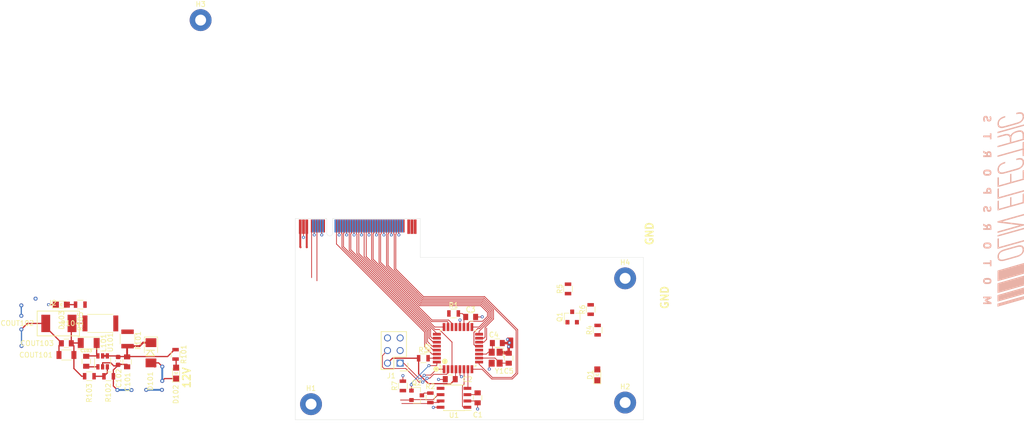
<source format=kicad_pcb>
(kicad_pcb (version 20211014) (generator pcbnew)
  (layers (0 "F.Cu" signal) (1 "In1.Cu" power) (2 "In2.Cu" power) (31 "B.Cu" signal) (34 "B.Paste" user) (35 "F.Paste" user) (36 "B.SilkS" user "B.Silkscreen") (37 "F.SilkS" user "F.Silkscreen") (38 "B.Mask" user) (39 "F.Mask" user) (44 "Edge.Cuts" user))
  (net 0 "")
  (net 1 "GND")
  (net 2 "Net-(C101-Pad1)")
  (net 3 "Net-(C103-Pad2)")
  (net 4 "Net-(C103-Pad1)")
  (net 5 "Net-(COUT101-Pad1)")
  (net 6 "Net-(D102-Pad2)")
  (net 7 "Net-(D103-Pad2)")
  (net 8 "Net-(R102-Pad1)")
  (net 9 "+5V")
  (net 10 "+BATT")
  (net 11 "Net-(C3-Pad1)")
  (net 12 "Net-(C4-Pad1)")
  (net 13 "Net-(C5-Pad1)")
  (net 14 "/MISO")
  (net 15 "/SCK")
  (net 16 "/MOSI")
  (net 17 "/RESET")
  (net 18 "/CAN_+")
  (net 19 "/CAN_-")
  (net 20 "/CAN_TX")
  (net 21 "/CAN_RX")
  (net 23 "Net-(D1-Pad2)")
  (net 26 "/PB0")
  (net 27 "/PB1")
  (net 28 "/PB2")
  (net 29 "/PB3")
  (net 30 "/PB4")
  (net 31 "/PB5")
  (net 33 "/PB6")
  (net 34 "/PB7")
  (net 35 "/PC0")
  (net 36 "/PC1")
  (net 37 "/PC4")
  (net 38 "/PC5")
  (net 39 "/PC6")
  (net 40 "/PC7")
  (net 41 "/PD0")
  (net 42 "/PD5")
  (net 78 "/SHDN_IN")
  (net 82 "/SHDN_SENSE")
  (net 83 "/CAN_TERM_EN")
  (net 84 "Net-(Q2-Pad3)")
  (net 85 "/PD7")
  (footprint "footprints:Fuse_1210" (layer "F.Cu") (at 50.959 161.196 90)
    (fp_text reference "F101")
    (fp_text value "F_500mA_16V" hide)
  )
  (footprint "footprints:R_2512_OEM" (layer "F.Cu") (at 45.4968 158.06892 180)
    (fp_text reference "R104")
    (fp_text value "R_0_2512" hide)
  )
  (footprint "footprints:SOT-23-6_OEM" (layer "F.Cu") (at 45.9474 165.7092 90)
    (fp_text reference "U101")
    (fp_text value "TPS560430YF" hide)
  )
  (footprint "footprints:R_0805_OEM" (layer "F.Cu") (at 41.4566 154.2906 180)
    (fp_text reference "R105")
    (fp_text value "R_200" hide)
  )
  (footprint "footprints:R_0805_OEM" (layer "F.Cu") (at 47.16678 168.71152)
    (fp_text reference "R102")
    (fp_text value "R_25K" hide)
  )
  (footprint "footprints:Fuse_1812" (layer "F.Cu") (at 39.7957 158.074 180)
    (fp_text reference "COUT102")
    (fp_text value "C_33uF" hide)
  )
  (footprint "footprints:C_0805_OEM" (layer "F.Cu") (at 38.6527 162.0745 180)
    (fp_text reference "COUT103")
    (fp_text value "C_47uF" hide)
  )
  (footprint "footprints:DO-214AA" (layer "F.Cu") (at 55.6707 163.9795 -90)
    (fp_text reference "D101")
    (fp_text value "D_Zener_18V" hide)
  )
  (footprint "footprints:LED_0805_OEM" (layer "F.Cu") (at 37.6566 154.2906)
    (fp_text reference "D103")
    (fp_text value "LED_0805" hide)
  )
  (footprint "footprints:C_1206_OEM" (layer "F.Cu") (at 38.6767 164.424 180)
    (fp_text reference "COUT101")
    (fp_text value "C_22uF" hide)
  )
  (footprint "footprints:LED_0805_OEM" (layer "F.Cu") (at 60.725 168.075 90)
    (fp_text reference "D102")
    (fp_text value "LED_0805" hide)
  )
  (footprint "footprints:C_0805_OEM" (layer "F.Cu") (at 42.6532 165.694 90)
    (fp_text reference "C103")
    (fp_text value "C_0.1uF" hide)
  )
  (footprint "footprints:R_0805_OEM" (layer "F.Cu") (at 43.28058 168.69628)
    (fp_text reference "R103")
    (fp_text value "R_100K" hide)
  )
  (footprint "footprints:C_0805_OEM" (layer "F.Cu") (at 50.87264 165.805 -90)
    (fp_text reference "C101")
    (fp_text value "C_0.1uF" hide)
  )
  (footprint "footprints:C_0603_1608Metric" (layer "F.Cu") (at 49.0667 165.6145 -90)
    (fp_text reference "C102")
    (fp_text value "C_2.2uF")
  )
  (footprint "footprints:L_100uH_OEM" (layer "F.Cu") (at 43.1483 162.00846 180)
    (fp_text reference "L101")
    (fp_text value "L_100uH" hide)
  )
  (footprint "footprints:R_0805_OEM" (layer "F.Cu") (at 60.611 164.297 -90)
    (fp_text reference "R101")
    (fp_text value "R_1K" hide)
  )
  (footprint "footprints:LED_0805_OEM" (layer "F.Cu") (at 145.4 168.425 90)
    (fp_text reference "D1")
    (fp_text value "LED_0805" hide)
  )
  (footprint "footprints:Automotive_M.2_Edge_Connector" (layer "F.Cu") (at 97.2338 136.9554)
    (fp_text reference "J2")
    (fp_text value "M.2_BoardEdge" hide)
    (fp_line (start -6.225 2.9) (end -6.225 0) (layer "Edge.Cuts") (width 0.05))
    (fp_line (start -12.55 0) (end -6.225 0) (layer "Edge.Cuts") (width 0.05))
    (fp_line (start -5.025 0) (end 12.55 0) (layer "Edge.Cuts") (width 0.05))
    (fp_line (start 12.55 0) (end 12.55 6.5) (layer "Edge.Cuts") (width 0.05))
    (fp_line (start -12.55 0) (end -12.55 6.5) (layer "Edge.Cuts") (width 0.05))
    (fp_line (start -5.025 2.9) (end -5.025 0) (layer "Edge.Cuts") (width 0.05))
    (fp_arc (start -5.025 2.9) (mid -5.625 3.5) (end -6.225 2.9) (layer "Edge.Cuts") (width 0.05))
  )
  (footprint "footprints:SOIC-8_3.9x4.9mm_Pitch1.27mm_OEM" (layer "F.Cu") (at 116.589523 173.044141 180)
    (fp_text reference "U1")
    (fp_text value "MCP2561-E_SN" hide)
  )
  (footprint "MountingHole:MountingHole_2.2mm_M2_Pad" (layer "F.Cu") (at 65.6526 97.0216)
    (fp_text reference "H3")
    (fp_text value "MountingHole_Pad")
  )
  (footprint "footprints:R_0805_OEM" (layer "F.Cu") (at 111.839523 173.044141 90)
    (fp_text reference "R2")
    (fp_text value "R_120_DNP" hide)
  )
  (footprint "footprints:C_0805_OEM" (layer "F.Cu") (at 125.303323 162.026741)
    (fp_text reference "C4")
    (fp_text value "C_30pF" hide)
  )
  (footprint "MountingHole:MountingHole_2.2mm_M2_Pad" (layer "F.Cu") (at 151 174)
    (fp_text reference "H2")
    (fp_text value "MountingHole_Pad")
  )
  (footprint "MountingHole:MountingHole_2.2mm_M2_Pad" (layer "F.Cu") (at 87.85 174.325)
    (fp_text reference "H1")
    (fp_text value "MountingHole_Pad")
  )
  (footprint "MountingHole:MountingHole_2.2mm_M2_Pad" (layer "F.Cu") (at 151 149)
    (fp_text reference "H4")
    (fp_text value "MountingHole_Pad")
  )
  (footprint "footprints:C_0805_OEM" (layer "F.Cu") (at 115.839523 169.294141 180)
    (fp_text reference "C2")
    (fp_text value "C_0.1uF" hide)
  )
  (footprint "footprints:C_0805_OEM" (layer "F.Cu") (at 121.339523 173.044141 -90)
    (fp_text reference "C1")
    (fp_text value "C_0.1uF" hide)
  )
  (footprint "footprints:Crystal_SMD_FA238" (layer "F.Cu") (at 124.964523 164.969141 -90)
    (fp_text reference "Y1")
    (fp_text value "Crystal_SMD" hide)
  )
  (footprint "footprints:R_0805_OEM" (layer "F.Cu") (at 106.314523 170.644141 90)
    (fp_text reference "R7")
    (fp_text value "R_10K" hide)
  )
  (footprint "footprints:C_0805_OEM" (layer "F.Cu") (at 119.939523 156.769141)
    (fp_text reference "C3")
    (fp_text value "C_100pF" hide)
  )
  (footprint "footprints:SOT-23F" (layer "F.Cu") (at 140.35 156.775 90)
    (fp_text reference "Q1")
    (fp_text value "SSM3K333R" hide)
  )
  (footprint "footprints:R_0805_OEM" (layer "F.Cu") (at 139.515 151.125 90)
    (fp_text reference "R5")
    (fp_text value "R_100K" hide)
  )
  (footprint "footprints:R_0805_OEM" (layer "F.Cu") (at 110.429923 165.076141)
    (fp_text reference "R3")
    (fp_text value "R_10K" hide)
  )
  (footprint "footprints:R_0805_OEM" (layer "F.Cu") (at 144.065 155.275 90)
    (fp_text reference "R6")
    (fp_text value "R_10K" hide)
  )
  (footprint "footprints:SOT-23F" (layer "F.Cu") (at 109.089523 172.544141)
    (fp_text reference "Q2")
    (fp_text value "SSM3K333R" hide)
  )
  (footprint "footprints:TQFP-32_7x7mm_Pitch0.8mm" (layer "F.Cu") (at 117.389523 163.044141 90)
    (fp_text reference "U2")
    (fp_text value "ATMEGA16M1" hide)
  )
  (footprint "footprints:C_0805_OEM" (layer "F.Cu") (at 127.589323 165.074741 90)
    (fp_text reference "C5")
    (fp_text value "C_30pF" hide)
  )
  (footprint "footprints:Pin_Header_Straight_2x03" (layer "F.Cu") (at 105.764523 166.069141 180)
    (fp_text reference "J1")
    (fp_text value "CONN_02X03" hide)
  )
  (footprint "footprints:R_0805_OEM" (layer "F.Cu") (at 116.514523 156.069141)
    (fp_text reference "R1")
    (fp_text value "R_100" hide)
  )
  (footprint "footprints:R_0805_OEM" (layer "F.Cu") (at 145.465 159.425 90)
    (fp_text reference "R4")
    (fp_text value "R_1K" hide)
  )
  (footprint "footprints:Logo_Large" (layer "B.Cu") (at 227.076 135.1534 90)
    (fp_text reference "G***" hide)
    (fp_text value "LOGO" hide)
  )
  (gr_line (start 84.6838 143.4554) (end 84.6838 177.4698) (layer "Edge.Cuts") (width 0.05))
  (gr_line (start 154.686 177.4698) (end 154.686 144.78) (layer "Edge.Cuts") (width 0.05))
  (gr_line (start 154.686 144.78) (end 109.7838 144.78) (layer "Edge.Cuts") (width 0.05))
  (gr_line (start 84.6838 177.4698) (end 154.686 177.4698) (layer "Edge.Cuts") (width 0.05))
  (gr_line (start 109.7838 144.78) (end 109.7838 143.4554) (layer "Edge.Cuts") (width 0.05))
  (gr_text "GND" (at 158.9532 152.8572 90) (layer "F.SilkS") (effects (font (size 1.5 1.5) (thickness 0.3))))
  (gr_text "12V" (at 62.85522 169.004945 90) (layer "F.SilkS") (effects (font (size 1.5 1.5) (thickness 0.3))))
  (gr_text "GND" (at 155.9052 140.0048 90) (layer "F.SilkS") (effects (font (size 1.5 1.5) (thickness 0.3))))
  (segment (start 96.4838 138.4554) (end 96.4838 140.2338) (width 0.1524) (layer "F.Cu") (net 1))
  (segment (start 58.40762 169.175) (end 57.93638 169.64624) (width 0.254) (layer "F.Cu") (net 1))
  (segment (start 97.9838 140.2338) (end 98 140.25) (width 0.1524) (layer "F.Cu") (net 1))
  (segment (start 102.4838 138.4554) (end 102.4838 140.2338) (width 0.1524) (layer "F.Cu") (net 1))
  (segment (start 37.6527 161.9495) (end 34.5157 158.8125) (width 0.254) (layer "F.Cu") (net 1))
  (segment (start 117.789523 158.794141) (end 117.789523 157.394141) (width 0.1524) (layer "F.Cu") (net 1))
  (segment (start 97.9838 138.4554) (end 97.9838 140.2338) (width 0.1524) (layer "F.Cu") (net 1))
  (segment (start 54.6801 171.48266) (end 54.7182 171.44456) (width 0.381) (layer "F.Cu") (net 1))
  (segment (start 121.339523 174.044141) (end 121.339523 175.294141) (width 0.1524) (layer "F.Cu") (net 1))
  (segment (start 120.939523 156.769141) (end 122.239523 156.769141) (width 0.1524) (layer "F.Cu") (net 1))
  (segment (start 48.11678 167.43942) (end 48.9417 166.6145) (width 0.254) (layer "F.Cu") (net 1))
  (segment (start 30.80664 158.074) (end 29.60522 159.27542) (width 0.254) (layer "F.Cu") (net 1))
  (segment (start 47.572999 165.999799) (end 45.972801 165.999799) (width 0.254) (layer "F.Cu") (net 1))
  (segment (start 105.4838 138.4554) (end 105.4838 140.2338) (width 0.1524) (layer "F.Cu") (net 1))
  (segment (start 37.1767 162.5505) (end 37.6527 162.0745) (width 0.254) (layer "F.Cu") (net 1))
  (segment (start 57.87288 169.70974) (end 57.93638 169.64624) (width 0.381) (layer "F.Cu") (net 1))
  (segment (start 86.3338 140.7472) (end 86.331 140.75) (width 0.1524) (layer "F.Cu") (net 1))
  (segment (start 57.1947 166.0115) (end 57.94908 166.76588) (width 0.254) (layer "F.Cu") (net 1))
  (segment (start 88.5 140.25) (end 88.4838 140.2338) (width 0.1524) (layer "F.Cu") (net 1))
  (segment (start 120.974523 173.679141) (end 121.339523 174.044141) (width 0.1524) (layer "F.Cu") (net 1))
  (segment (start 60.725 169.175) (end 58.40762 169.175) (width 0.254) (layer "F.Cu") (net 1))
  (segment (start 48.9417 166.6145) (end 49.0667 166.6145) (width 0.254) (layer "F.Cu") (net 1))
  (segment (start 117.789523 168.494141) (end 118.089523 168.794141) (width 0.1524) (layer "F.Cu") (net 1))
  (segment (start 49.0667 166.6145) (end 48.1877 166.6145) (width 0.254) (layer "F.Cu") (net 1))
  (segment (start 122.239523 156.769141) (end 122.264523 156.744141) (width 0.1524) (layer "F.Cu") (net 1))
  (segment (start 86.3338 138.6054) (end 86.3338 140.7472) (width 0.1524) (layer "F.Cu") (net 1))
  (segment (start 37.6527 162.0745) (end 37.6527 161.9495) (width 0.254) (layer "F.Cu") (net 1))
  (segment (start 37.1767 164.424) (end 37.1767 162.5505) (width 0.254) (layer "F.Cu") (net 1))
  (segment (start 34.5157 158.074) (end 30.80664 158.074) (width 0.254) (layer "F.Cu") (net 1))
  (segment (start 48.1877 166.6145) (end 47.572999 165.999799) (width 0.254) (layer "F.Cu") (net 1))
  (segment (start 96.4838 140.2338) (end 96.5 140.25) (width 0.1524) (layer "F.Cu") (net 1))
  (segment (start 94.9838 138.4554) (end 94.9838 140.2338) (width 0.1524) (layer "F.Cu") (net 1))
  (segment (start 48.11678 168.71152) (end 48.11678 170.66736) (width 0.254) (layer "F.Cu") (net 1))
  (segment (start 89.9838 140.2338) (end 89.9838 138.4554) (width 0.1524) (layer "F.Cu") (net 1))
  (segment (start 93.4838 140.2338) (end 93.5 140.25) (width 0.1524) (layer "F.Cu") (net 1))
  (segment (start 103.9838 140.2338) (end 104 140.25) (width 0.1524) (layer "F.Cu") (net 1))
  (segment (start 100.9838 140.2338) (end 101 140.25) (width 0.1524) (layer "F.Cu") (net 1))
  (segment (start 55.6707 166.0115) (end 57.1947 166.0115) (width 0.254) (layer "F.Cu") (net 1))
  (segment (start 50.87264 166.31132) (end 49.36988 166.31132) (width 0.254) (layer "F.Cu") (net 1))
  (segment (start 102.4838 140.2338) (end 102.5 140.25) (width 0.1524) (layer "F.Cu") (net 1))
  (segment (start 113.889523 174.949141) (end 112.459523 174.949141) (width 0.1524) (layer "F.Cu") (net 1))
  (segment (start 100.9838 138.4554) (end 100.9838 140.2338) (width 0.1524) (layer "F.Cu") (net 1))
  (segment (start 55.8612 166.0115) (end 55.6707 166.0115) (width 0.1524) (layer "F.Cu") (net 1))
  (segment (start 99.4838 138.4554) (end 99.4838 140.2338) (width 0.1524) (layer "F.Cu") (net 1))
  (segment (start 49.36988 166.31132) (end 49.0667 166.6145) (width 0.254) (layer "F.Cu") (net 1))
  (segment (start 119.289523 173.679141) (end 120.974523 173.679141) (width 0.1524) (layer "F.Cu") (net 1))
  (segment (start 114.916323 169.343341) (end 113.477923 169.343341) (width 0.1524) (layer "F.Cu") (net 1))
  (segment (start 48.11678 168.71152) (end 48.11678 167.43942) (width 0.254) (layer "F.Cu") (net 1))
  (segment (start 99.4838 140.2338) (end 99.5 140.25) (width 0.1524) (layer "F.Cu") (net 1))
  (segment (start 36.5566 154.2906) (end 35.071 154.2906) (width 0.254) (layer "F.Cu") (net 1))
  (segment (start 93.4838 138.4554) (end 93.4838 140.2338) (width 0.1524) (layer "F.Cu") (net 1))
  (segment (start 123.663523 167.235341) (end 123.688723 167.260541) (width 0.1524) (layer "F.Cu") (net 1))
  (segment (start 56.42508 166.76588) (end 55.6707 166.0115) (width 0.381) (layer "F.Cu") (net 1))
  (segment (start 88.4838 140.2338) (end 88.4838 138.4554) (width 0.1524) (layer "F.Cu") (net 1))
  (segment (start 29.60522 154.43926) (end 29.50362 154.33766) (width 0.25) (layer "F.Cu") (net 1))
  (segment (start 90 140.25) (end 89.9838 140.2338) (width 0.1524) (layer "F.Cu") (net 1))
  (segment (start 123.663523 165.871341) (end 123.663523 167.235341) (width 0.1524) (layer "F.Cu") (net 1))
  (segment (start 117.789523 167.294141) (end 117.789523 168.494141) (width 0.1524) (layer "F.Cu") (net 1))
  (segment (start 34.5157 158.8125) (end 34.5157 158.074) (width 0.254) (layer "F.Cu") (net 1))
  (segment (start 112.459523 174.949141) (end 112.439523 174.969141) (width 0.1524) (layer "F.Cu") (net 1))
  (segment (start 45.972801 165.999799) (end 45.9474 166.0252) (width 0.254) (layer "F.Cu") (net 1))
  (segment (start 94.9838 140.2338) (end 95 140.25) (width 0.1524) (layer "F.Cu") (net 1))
  (segment (start 45.9474 166.0252) (end 45.9474 166.8092) (width 0.254) (layer "F.Cu") (net 1))
  (segment (start 103.9838 138.4554) (end 103.9838 140.2338) (width 0.1524) (layer "F.Cu") (net 1))
  (segment (start 48.11678 170.66736) (end 48.91938 171.46996) (width 0.254) (layer "F.Cu") (net 1))
  (segment (start 117.795923 167.300541) (end 117.789523 167.294141) (width 0.1524) (layer "F.Cu") (net 1))
  (segment (start 106.314523 169.694141) (end 106.314523 168.594141) (width 0.1524) (layer "F.Cu") (net 1))
  (segment (start 105.4838 140.2338) (end 105.5 140.25) (width 0.1524) (layer "F.Cu") (net 1))
  (via (at 90 140.25) (size 0.6096) (drill 0.3048) (layers "F.Cu" "B.Cu") (net 1))
  (via (at 104 140.25) (size 0.6096) (drill 0.3048) (layers "F.Cu" "B.Cu") (net 1))
  (via (at 123.688723 167.260541) (size 0.6096) (drill 0.3048) (layers "F.Cu" "B.Cu") (net 1))
  (via (at 57.94908 166.76588) (size 0.8) (drill 0.4) (layers "F.Cu" "B.Cu") (net 1))
  (via (at 127.589323 162.737941) (size 0.6096) (drill 0.3048) (layers "F.Cu" "B.Cu") (net 1))
  (via (at 29.60522 154.43926) (size 0.8) (drill 0.4) (layers "F.Cu" "B.Cu") (net 1))
  (via (at 122.264523 156.744141) (size 0.6096) (drill 0.3048) (layers "F.Cu" "B.Cu") (net 1))
  (via (at 96.5 140.25) (size 0.6096) (drill 0.3048) (layers "F.Cu" "B.Cu") (net 1))
  (via (at 118.089523 168.794141) (size 0.6096) (drill 0.3048) (layers "F.Cu" "B.Cu") (net 1))
  (via (at 98 140.25) (size 0.6096) (drill 0.3048) (layers "F.Cu" "B.Cu") (net 1))
  (via (at 102.5 140.25) (size 0.6096) (drill 0.3048) (layers "F.Cu" "B.Cu") (net 1))
  (via (at 29.60522 156.53984) (size 0.8) (drill 0.4) (layers "F.Cu" "B.Cu") (net 1))
  (via (at 54.7182 171.44456) (size 0.8) (drill 0.4) (layers "F.Cu" "B.Cu") (net 1))
  (via (at 35.071 154.2906) (size 0.6096) (drill 0.3048) (layers "F.Cu" "B.Cu") (net 1))
  (via (at 106.314523 168.594141) (size 0.6096) (drill 0.3048) (layers "F.Cu" "B.Cu") (net 1))
  (via (at 127.346323 161.316941) (size 0.6096) (drill 0.3048) (layers "F.Cu" "B.Cu") (net 1))
  (via (at 29.64078 162.61044) (size 0.8) (drill 0.4) (layers "F.Cu" "B.Cu") (net 1))
  (via (at 117.789523 157.394141) (size 0.6096) (drill 0.3048) (layers "F.Cu" "B.Cu") (net 1))
  (via (at 88.5 140.25) (size 0.6096) (drill 0.3048) (layers "F.Cu" "B.Cu") (net 1))
  (via (at 93.5 140.25) (size 0.6096) (drill 0.3048) (layers "F.Cu" "B.Cu") (net 1))
  (via (at 105.5 140.25) (size 0.6096) (drill 0.3048) (layers "F.Cu" "B.Cu") (net 1))
  (via (at 57.93638 169.64624) (size 0.8) (drill 0.4) (layers "F.Cu" "B.Cu") (net 1))
  (via (at 121.339523 175.294141) (size 0.6096) (drill 0.3048) (layers "F.Cu" "B.Cu") (net 1))
  (via (at 86.331 140.75) (size 0.6096) (drill 0.3048) (layers "F.Cu" "B.Cu") (net 1))
  (via (at 99.5 140.25) (size 0.6096) (drill 0.3048) (layers "F.Cu" "B.Cu") (net 1))
  (via (at 95 140.25) (size 0.6096) (drill 0.3048) (layers "F.Cu" "B.Cu") (net 1))
  (via (at 51.74894 171.48266) (size 0.8) (drill 0.4) (layers "F.Cu" "B.Cu") (net 1))
  (via (at 57.87288 171.44456) (size 0.8) (drill 0.4) (layers "F.Cu" "B.Cu") (net 1))
  (via (at 112.439523 174.969141) (size 0.6096) (drill 0.3048) (layers "F.Cu" "B.Cu") (net 1))
  (via (at 32.47034 153.08544) (size 0.8) (drill 0.4) (layers "F.Cu" "B.Cu") (net 1))
  (via (at 113.477923 169.343341) (size 0.6096) (drill 0.3048) (layers "F.Cu" "B.Cu") (net 1))
  (via (at 29.60522 159.27542) (size 0.8) (drill 0.4) (layers "F.Cu" "B.Cu") (net 1))
  (via (at 48.91938 171.46996) (size 0.8) (drill 0.4) (layers "F.Cu" "B.Cu") (net 1))
  (via (at 127.741723 161.975941) (size 0.6096) (drill 0.3048) (layers "F.Cu" "B.Cu") (net 1))
  (via (at 101 140.25) (size 0.6096) (drill 0.3048) (layers "F.Cu" "B.Cu") (net 1))
  (segment (start 57.93638 166.77858) (end 57.94908 166.76588) (width 0.381) (layer "B.Cu") (net 1))
  (segment (start 29.64078 159.31098) (end 29.60522 159.27542) (width 0.25) (layer "B.Cu") (net 1))
  (segment (start 29.60522 154.43926) (end 29.60522 155.004945) (width 0.25) (layer "B.Cu") (net 1))
  (segment (start 29.60522 155.004945) (end 29.60268 155.007485) (width 0.25) (layer "B.Cu") (net 1))
  (segment (start 57.93638 169.64624) (end 57.93638 166.77858) (width 0.381) (layer "B.Cu") (net 1))
  (segment (start 55.283885 171.44456) (end 57.87288 171.44456) (width 0.381) (layer "B.Cu") (net 1))
  (segment (start 54.7182 171.44456) (end 55.283885 171.44456) (width 0.381) (layer "B.Cu") (net 1))
  (segment (start 29.60268 155.007485) (end 29.60268 156.5373) (width 0.25) (layer "B.Cu") (net 1))
  (segment (start 29.60268 156.5373) (end 29.60522 156.53984) (width 0.25) (layer "B.Cu") (net 1))
  (segment (start 29.64078 162.61044) (end 29.64078 159.31098) (width 0.25) (layer "B.Cu") (net 1))
  (segment (start 48.91938 171.46996) (end 51.73624 171.46996) (width 0.381) (layer "B.Cu") (net 1))
  (segment (start 51.73624 171.46996) (end 51.74894 171.48266) (width 0.381) (layer "B.Cu") (net 1))
  (segment (start 55.83834 161.77986) (end 55.6707 161.9475) (width 0.381) (layer "F.Cu") (net 2))
  (segment (start 51.44764 164.73632) (end 50.87264 164.73632) (width 0.254) (layer "F.Cu") (net 2))
  (segment (start 46.8974 164.6092) (end 45.9474 164.6092) (width 0.381) (layer "F.Cu") (net 2))
  (segment (start 55.71834 161.89986) (end 55.6707 161.9475) (width 0.381) (layer "F.Cu") (net 2))
  (segment (start 49.18852 164.73632) (end 49.0667 164.6145) (width 0.254) (layer "F.Cu") (net 2))
  (segment (start 54.0705 161.9475) (end 53.372 162.646) (width 0.381) (layer "F.Cu") (net 2))
  (segment (start 50.87264 162.73236) (end 50.959 162.646) (width 0.381) (layer "F.Cu") (net 2))
  (segment (start 60.425 163.325) (end 59.01368 164.73632) (width 0.254) (layer "F.Cu") (net 2))
  (segment (start 55.6707 161.9475) (end 54.0705 161.9475) (width 0.381) (layer "F.Cu") (net 2))
  (segment (start 49.0667 164.6145) (end 46.9027 164.6145) (width 0.254) (layer "F.Cu") (net 2))
  (segment (start 50.87264 164.805) (end 50.87264 162.73236) (width 0.381) (layer "F.Cu") (net 2))
  (segment (start 60.725 163.325) (end 60.425 163.325) (width 0.254) (layer "F.Cu") (net 2))
  (segment (start 50.87264 164.73632) (end 49.18852 164.73632) (width 0.254) (layer "F.Cu") (net 2))
  (segment (start 53.372 162.646) (end 50.959 162.646) (width 0.381) (layer "F.Cu") (net 2))
  (segment (start 59.01368 164.73632) (end 51.44764 164.73632) (width 0.254) (layer "F.Cu") (net 2))
  (segment (start 46.9027 164.6145) (end 46.8974 164.6092) (width 0.254) (layer "F.Cu") (net 2))
  (segment (start 44.7483 162.00846) (end 44.7483 164.3601) (width 0.254) (layer "F.Cu") (net 3))
  (segment (start 44.9974 164.6092) (end 42.738 164.6092) (width 0.254) (layer "F.Cu") (net 3))
  (segment (start 44.9974 162.25756) (end 44.7483 162.00846) (width 0.25) (layer "F.Cu") (net 3))
  (segment (start 44.7483 164.3601) (end 44.9974 164.6092) (width 0.254) (layer "F.Cu") (net 3))
  (segment (start 42.738 164.6092) (end 42.6532 164.694) (width 0.254) (layer "F.Cu") (net 3))
  (segment (start 42.7684 166.8092) (end 42.6532 166.694) (width 0.254) (layer "F.Cu") (net 4))
  (segment (start 44.9974 166.8092) (end 42.7684 166.8092) (width 0.254) (layer "F.Cu") (net 4))
  (segment (start 39.80078 158.06892) (end 39.7957 158.074) (width 0.254) (layer "F.Cu") (net 5))
  (segment (start 40.1767 164.424) (end 40.1767 162.5985) (width 0.254) (layer "F.Cu") (net 5))
  (segment (start 40.1767 167.1464) (end 41.72658 168.69628) (width 0.254) (layer "F.Cu") (net 5))
  (segment (start 41.72658 168.69628) (end 42.33058 168.69628) (width 0.254) (layer "F.Cu") (net 5))
  (segment (start 39.6527 162.0745) (end 39.6527 158.217) (width 0.254) (layer "F.Cu") (net 5))
  (segment (start 39.71874 162.00846) (end 39.6527 162.0745) (width 0.254) (layer "F.Cu") (net 5))
  (segment (start 42.3968 158.06892) (end 39.80078 158.06892) (width 0.254) (layer "F.Cu") (net 5))
  (segment (start 39.65346 158.21624) (end 39.7957 158.074) (width 0.25) (layer "F.Cu") (net 5))
  (segment (start 42.39172 158.074) (end 42.3968 158.06892) (width 0.25) (layer "F.Cu") (net 5))
  (segment (start 40.1767 162.5985) (end 39.6527 162.0745) (width 0.254) (layer "F.Cu") (net 5))
  (segment (start 40.1767 164.424) (end 40.1767 167.1464) (width 0.254) (layer "F.Cu") (net 5))
  (segment (start 39.6527 158.217) (end 39.7957 158.074) (width 0.254) (layer "F.Cu") (net 5))
  (segment (start 42.33058 168.69628) (end 42.33058 168.99628) (width 0.25) (layer "F.Cu") (net 5))
  (segment (start 39.74236 162.00846) (end 39.65346 162.09736) (width 0.25) (layer "F.Cu") (net 5))
  (segment (start 41.5483 162.00846) (end 39.71874 162.00846) (width 0.254) (layer "F.Cu") (net 5))
  (segment (start 60.725 166.975) (end 60.725 165.225) (width 0.254) (layer "F.Cu") (net 6))
  (segment (start 40.5066 154.2906) (end 38.7566 154.2906) (width 0.254) (layer "F.Cu") (net 7))
  (segment (start 46.21678 168.71152) (end 46.8974 168.0309) (width 0.254) (layer "F.Cu") (net 8))
  (segment (start 46.8974 168.0309) (end 46.8974 166.8092) (width 0.254) (layer "F.Cu") (net 8))
  (segment (start 44.24582 168.71152) (end 44.23058 168.69628) (width 0.254) (layer "F.Cu") (net 8))
  (segment (start 46.21678 168.71152) (end 44.24582 168.71152) (width 0.254) (layer "F.Cu") (net 8))
  (segment (start 115.935123 170.198541) (end 111.443923 170.198541) (width 0.254) (layer "F.Cu") (net 9))
  (segment (start 116.916323 167.367341) (end 116.989523 167.294141) (width 0.1524) (layer "F.Cu") (net 9))
  (segment (start 119.289523 172.409141) (end 120.974523 172.409141) (width 0.1524) (layer "F.Cu") (net 9))
  (segment (start 116.839523 169.294141) (end 115.935123 170.198541) (width 0.254) (layer "F.Cu") (net 9))
  (segment (start 109.479923 165.076141) (end 104.217523 165.076141) (width 0.254) (layer "F.Cu") (net 9))
  (segment (start 111.443923 170.198541) (end 109.479923 168.234541) (width 0.254) (layer "F.Cu") (net 9))
  (segment (start 109.479923 168.234541) (end 109.479923 165.076141) (width 0.254) (layer "F.Cu") (net 9))
  (segment (start 116.916323 169.343341) (end 116.916323 167.367341) (width 0.1524) (layer "F.Cu") (net 9))
  (segment (start 104.217523 165.076141) (end 103.224523 166.069141) (width 0.254) (layer "F.Cu") (net 9))
  (segment (start 120.974523 172.409141) (end 121.339523 172.044141) (width 0.1524) (layer "F.Cu") (net 9))
  (segment (start 85.75 142.75) (end 85.6838 142.6838) (width 0.381) (layer "F.Cu") (net 10))
  (segment (start 85.6838 138.6054) (end 85.6838 142.6838) (width 0.381) (layer "F.Cu") (net 10))
  (segment (start 118.624723 158.758941) (end 118.589523 158.794141) (width 0.1524) (layer "F.Cu") (net 11))
  (segment (start 117.464523 156.069141) (end 118.239523 156.069141) (width 0.1524) (layer "F.Cu") (net 11))
  (segment (start 118.589523 157.119141) (end 118.939523 156.769141) (width 0.1524) (layer "F.Cu") (net 11))
  (segment (start 118.239523 156.069141) (end 118.939523 156.769141) (width 0.1524) (layer "F.Cu") (net 11))
  (segment (start 118.589523 158.794141) (end 118.589523 157.119141) (width 0.1524) (layer "F.Cu") (net 11))
  (segment (start 124.303323 162.026741) (end 124.303323 163.730341) (width 0.1524) (layer "F.Cu") (net 12))
  (segment (start 123.465723 163.869141) (end 123.090723 164.244141) (width 0.1524) (layer "F.Cu") (net 12))
  (segment (start 124.164523 163.869141) (end 123.465723 163.869141) (width 0.1524) (layer "F.Cu") (net 12))
  (segment (start 123.090723 164.244141) (end 121.639523 164.244141) (width 0.1524) (layer "F.Cu") (net 12))
  (segment (start 124.839523 165.044141) (end 125.764523 165.969141) (width 0.1524) (layer "F.Cu") (net 13))
  (segment (start 127.583723 166.069141) (end 127.589323 166.074741) (width 0.1524) (layer "F.Cu") (net 13))
  (segment (start 125.764523 166.069141) (end 127.583723 166.069141) (width 0.1524) (layer "F.Cu") (net 13))
  (segment (start 121.639523 165.044141) (end 124.839523 165.044141) (width 0.1524) (layer "F.Cu") (net 13))
  (segment (start 110.663733 168.470959) (end 110.602776 168.531916) (width 0.1524) (layer "F.Cu") (net 14))
  (segment (start 114.589523 167.294141) (end 113.093159 167.294141) (width 0.1524) (layer "F.Cu") (net 14))
  (segment (start 106.489045 166.069141) (end 105.764523 166.069141) (width 0.1524) (layer "F.Cu") (net 14))
  (segment (start 111.916341 168.470959) (end 110.663733 168.470959) (width 0.1524) (layer "F.Cu") (net 14))
  (segment (start 113.093159 167.294141) (end 111.916341 168.470959) (width 0.1524) (layer "F.Cu") (net 14))
  (segment (start 109.764284 169.34438) (end 106.489045 166.069141) (width 0.1524) (layer "F.Cu") (net 14))
  (via (at 109.764284 169.34438) (size 0.6096) (drill 0.3048) (layers "F.Cu" "B.Cu") (net 14))
  (via (at 110.602776 168.531916) (size 0.6096) (drill 0.3048) (layers "F.Cu" "B.Cu") (net 14))
  (segment (start 110.576748 168.531916) (end 109.764284 169.34438) (width 0.1524) (layer "B.Cu") (net 14))
  (segment (start 110.602776 168.531916) (end 110.576748 168.531916) (width 0.1524) (layer "B.Cu") (net 14))
  (segment (start 112.495611 168.322741) (end 111.71195 169.106402) (width 0.1524) (layer "F.Cu") (net 16))
  (segment (start 102.514523 167.144141) (end 102.214523 166.844141) (width 0.1524) (layer "F.Cu") (net 16))
  (segment (start 115.389523 167.294141) (end 115.389523 168.026341) (width 0.1524) (layer "F.Cu") (net 16))
  (segment (start 115.389523 168.026341) (end 115.093123 168.322741) (width 0.1524) (layer "F.Cu") (net 16))
  (segment (start 115.093123 168.322741) (end 112.495611 168.322741) (width 0.1524) (layer "F.Cu") (net 16))
  (segment (start 110.302748 169.882844) (end 109.548406 169.882844) (width 0.1524) (layer "F.Cu") (net 16))
  (segment (start 109.230884 169.565322) (end 109.230884 169.485502) (width 0.1524) (layer "F.Cu") (net 16))
  (segment (start 102.214523 166.844141) (end 102.214523 164.539141) (width 0.1524) (layer "F.Cu") (net 16))
  (segment (start 102.214523 164.539141) (end 103.224523 163.529141) (width 0.1524) (layer "F.Cu") (net 16))
  (segment (start 109.548406 169.882844) (end 109.230884 169.565322) (width 0.1524) (layer "F.Cu") (net 16))
  (segment (start 109.230884 169.485502) (end 106.889523 167.144141) (width 0.1524) (layer "F.Cu") (net 16))
  (segment (start 106.889523 167.144141) (end 102.514523 167.144141) (width 0.1524) (layer "F.Cu") (net 16))
  (segment (start 111.71195 169.106402) (end 111.177262 169.106402) (width 0.1524) (layer "F.Cu") (net 16))
  (via (at 111.177262 169.106402) (size 0.6096) (drill 0.3048) (layers "F.Cu" "B.Cu") (net 16))
  (via (at 110.302748 169.882844) (size 0.6096) (drill 0.3048) (layers "F.Cu" "B.Cu") (net 16))
  (segment (start 110.40082 169.882844) (end 110.302748 169.882844) (width 0.1524) (layer "B.Cu") (net 16))
  (segment (start 111.177262 169.106402) (end 110.40082 169.882844) (width 0.1524) (layer "B.Cu") (net 16))
  (segment (start 111.379923 165.076141) (end 113.107523 165.076141) (width 0.1524) (layer "F.Cu") (net 17))
  (segment (start 113.107523 165.076141) (end 113.139523 165.044141) (width 0.1524) (layer "F.Cu") (net 17))
  (segment (start 113.574523 173.994141) (end 113.889523 173.679141) (width 0.1524) (layer "F.Cu") (net 18))
  (segment (start 87.9666 138.4726) (end 87.9838 138.4554) (width 0.1524) (layer "F.Cu") (net 18))
  (segment (start 111.839523 173.994141) (end 113.574523 173.994141) (width 0.1524) (layer "F.Cu") (net 18))
  (segment (start 87.9666 148.858361) (end 87.9666 138.4726) (width 0.1524) (layer "F.Cu") (net 18))
  (segment (start 111.639523 174.194141) (end 106.097762 174.194141) (width 0.1524) (layer "F.Cu") (net 18))
  (segment (start 111.839523 173.994141) (end 111.639523 174.194141) (width 0.1524) (layer "F.Cu") (net 18))
  (segment (start 105.828814 173.494141) (end 108.039523 173.494141) (width 0.1524) (layer "F.Cu") (net 19))
  (segment (start 89.0334 138.505) (end 89.0334 149.494109) (width 0.1524) (layer "F.Cu") (net 19))
  (segment (start 113.414523 172.409141) (end 112.408123 173.415541) (width 0.1524) (layer "F.Cu") (net 19))
  (segment (start 88.9838 138.4554) (end 89.0334 138.505) (width 0.1524) (layer "F.Cu") (net 19))
  (segment (start 112.408123 173.415541) (end 108.118123 173.415541) (width 0.1524) (layer "F.Cu") (net 19))
  (segment (start 113.889523 172.409141) (end 113.414523 172.409141) (width 0.1524) (layer "F.Cu") (net 19))
  (segment (start 108.118123 173.415541) (end 108.039523 173.494141) (width 0.1524) (layer "F.Cu") (net 19))
  (segment (start 118.622923 170.273541) (end 118.285923 170.610541) (width 0.1524) (layer "F.Cu") (net 20))
  (segment (start 118.589523 167.294141) (end 118.622923 167.327541) (width 0.1524) (layer "F.Cu") (net 20))
  (segment (start 118.622923 167.327541) (end 118.622923 170.273541) (width 0.1524) (layer "F.Cu") (net 20))
  (segment (start 118.285923 170.610541) (end 118.285923 174.740541) (width 0.1524) (layer "F.Cu") (net 20))
  (segment (start 118.494523 174.949141) (end 119.289523 174.949141) (width 0.1524) (layer "F.Cu") (net 20))
  (segment (start 118.285923 174.740541) (end 118.494523 174.949141) (width 0.1524) (layer "F.Cu") (net 20))
  (segment (start 119.389523 171.039141) (end 119.289523 171.139141) (width 0.1524) (layer "F.Cu") (net 21))
  (segment (start 119.389523 167.294141) (end 119.389523 171.039141) (width 0.1524) (layer "F.Cu") (net 21))
  (segment (start 128.315775 169.248941) (end 124.185871 169.248941) (width 0.1524) (layer "F.Cu") (net 26))
  (segment (start 129.394323 168.170393) (end 128.315775 169.248941) (width 0.1524) (layer "F.Cu") (net 26))
  (segment (start 122.722035 152.665341) (end 129.394323 159.337629) (width 0.1524) (layer "F.Cu") (net 26))
  (segment (start 104.885 140.1) (end 104.885 147.104098) (width 0.1524) (layer "F.Cu") (net 26))
  (segment (start 110.446243 152.665341) (end 122.722035 152.665341) (width 0.1524) (layer "F.Cu") (net 26))
  (segment (start 104.885 147.104098) (end 110.446243 152.665341) (width 0.1524) (layer "F.Cu") (net 26))
  (segment (start 104.9838 138.4554) (end 104.9838 140.0012) (width 0.1524) (layer "F.Cu") (net 26))
  (segment (start 124.185871 169.248941) (end 122.231071 167.294141) (width 0.1524) (layer "F.Cu") (net 26))
  (segment (start 129.394323 159.337629) (end 129.394323 168.170393) (width 0.1524) (layer "F.Cu") (net 26))
  (segment (start 122.231071 167.294141) (end 120.189523 167.294141) (width 0.1524) (layer "F.Cu") (net 26))
  (segment (start 104.9838 140.0012) (end 104.885 140.1) (width 0.1524) (layer "F.Cu") (net 26))
  (segment (start 129.089523 168.044141) (end 129.089523 159.463881) (width 0.1524) (layer "F.Cu") (net 27))
  (segment (start 109.15 151.80015) (end 109.15 151.8) (width 0.1524) (layer "F.Cu") (net 27))
  (segment (start 124.312123 168.944141) (end 128.189523 168.944141) (width 0.1524) (layer "F.Cu") (net 27))
  (segment (start 104.4838 140.0088) (end 104.4838 138.4554) (width 0.1524) (layer "F.Cu") (net 27))
  (segment (start 122.595783 152.970141) (end 110.319991 152.970141) (width 0.1524) (layer "F.Cu") (net 27))
  (segment (start 121.639523 165.844141) (end 121.639523 166.271541) (width 0.1524) (layer "F.Cu") (net 27))
  (segment (start 129.089523 159.463881) (end 122.595783 152.970141) (width 0.1524) (layer "F.Cu") (net 27))
  (segment (start 110.319991 152.970141) (end 109.15 151.80015) (width 0.1524) (layer "F.Cu") (net 27))
  (segment (start 121.639523 166.271541) (end 124.312123 168.944141) (width 0.1524) (layer "F.Cu") (net 27))
  (segment (start 128.189523 168.944141) (end 129.089523 168.044141) (width 0.1524) (layer "F.Cu") (net 27))
  (segment (start 104.5802 140.1052) (end 104.4838 140.0088) (width 0.1524) (layer "F.Cu") (net 27))
  (segment (start 104.5802 147.23035) (end 104.5802 140.1052) (width 0.1524) (layer "F.Cu") (net 27))
  (segment (start 109.15 151.80015) (end 104.5802 147.23035) (width 0.1524) (layer "F.Cu") (net 27))
  (segment (start 103.0334 146.545654) (end 103.0334 138.505) (width 0.1524) (layer "F.Cu") (net 28))
  (segment (start 103.0334 138.505) (end 102.9838 138.4554) (width 0.1524) (layer "F.Cu") (net 28))
  (segment (start 110.067487 153.579741) (end 103.0334 146.545654) (width 0.1524) (layer "F.Cu") (net 28))
  (segment (start 124.228923 155.465385) (end 122.343279 153.579741) (width 0.1524) (layer "F.Cu") (net 28))
  (segment (start 124.228923 157.054741) (end 124.228923 155.465385) (width 0.1524) (layer "F.Cu") (net 28))
  (segment (start 121.639523 160.244141) (end 121.639523 159.644141) (width 0.1524) (layer "F.Cu") (net 28))
  (segment (start 121.639523 159.644141) (end 124.228923 157.054741) (width 0.1524) (layer "F.Cu") (net 28))
  (segment (start 122.343279 153.579741) (end 110.067487 153.579741) (width 0.1524) (layer "F.Cu") (net 28))
  (segment (start 115.389523 158.794141) (end 115.389523 157.841741) (width 0.1524) (layer "F.Cu") (net 29))
  (segment (start 115.241923 157.694141) (end 112.026627 157.694141) (width 0.1524) (layer "F.Cu") (net 29))
  (segment (start 98.95 144.617514) (end 98.95 138.4892) (width 0.1524) (layer "F.Cu") (net 29))
  (segment (start 115.389523 157.841741) (end 115.241923 157.694141) (width 0.1524) (layer "F.Cu") (net 29))
  (segment (start 112.026627 157.694141) (end 98.95 144.617514) (width 0.1524) (layer "F.Cu") (net 29))
  (segment (start 98.95 138.4892) (end 98.9838 138.4554) (width 0.1524) (layer "F.Cu") (net 29))
  (segment (start 114.589523 158.794141) (end 112.695575 158.794141) (width 0.1524) (layer "F.Cu") (net 30))
  (segment (start 98.5334 144.631966) (end 98.5334 138.505) (width 0.1524) (layer "F.Cu") (net 30))
  (segment (start 98.5334 138.505) (end 98.4838 138.4554) (width 0.1524) (layer "F.Cu") (net 30))
  (segment (start 112.695575 158.794141) (end 98.5334 144.631966) (width 0.1524) (layer "F.Cu") (net 30))
  (segment (start 113.139523 161.044141) (end 112.187123 161.044141) (width 0.1524) (layer "F.Cu") (net 31))
  (segment (start 111.895971 160.752989) (end 111.895971 159.287693) (width 0.1524) (layer "F.Cu") (net 31))
  (segment (start 111.895971 159.287693) (end 95.8382 143.229922) (width 0.1524) (layer "F.Cu") (net 31))
  (segment (start 95.8382 140.0368) (end 96 139.875) (width 0.1524) (layer "F.Cu") (net 31))
  (segment (start 96 138.4716) (end 95.9838 138.4554) (width 0.1524) (layer "F.Cu") (net 31))
  (segment (start 95.8382 143.229922) (end 95.8382 140.0368) (width 0.1524) (layer "F.Cu") (net 31))
  (segment (start 112.187123 161.044141) (end 111.895971 160.752989) (width 0.1524) (layer "F.Cu") (net 31))
  (segment (start 96 139.875) (end 96 138.4716) (width 0.1524) (layer "F.Cu") (net 31))
  (segment (start 95.5334 143.356174) (end 95.5334 138.505) (width 0.1524) (layer "F.Cu") (net 33))
  (segment (start 111.589523 161.026341) (end 111.589523 159.419141) (width 0.1524) (layer "F.Cu") (net 33))
  (segment (start 110.989523 158.819141) (end 110.989523 158.812297) (width 0.1524) (layer "F.Cu") (net 33))
  (segment (start 113.139523 161.844141) (end 112.407323 161.844141) (width 0.1524) (layer "F.Cu") (net 33))
  (segment (start 110.989523 158.812297) (end 95.5334 143.356174) (width 0.1524) (layer "F.Cu") (net 33))
  (segment (start 95.5334 138.505) (end 95.4838 138.4554) (width 0.1524) (layer "F.Cu") (net 33))
  (segment (start 111.589523 159.419141) (end 110.989523 158.819141) (width 0.1524) (layer "F.Cu") (net 33))
  (segment (start 112.407323 161.844141) (end 111.589523 161.026341) (width 0.1524) (layer "F.Cu") (net 33))
  (segment (start 111.284723 159.545393) (end 105.302419 153.563089) (width 0.1524) (layer "F.Cu") (net 34))
  (segment (start 113.139523 162.644141) (end 112.187123 162.644141) (width 0.1524) (layer "F.Cu") (net 34))
  (segment (start 94.375 142.63567) (end 94.375 139.984) (width 0.1524) (layer "F.Cu") (net 34))
  (segment (start 105.302419 153.563089) (end 105.302419 153.556245) (width 0.1524) (layer "F.Cu") (net 34))
  (segment (start 94.375 139.984) (end 94.4838 139.8752) (width 0.1524) (layer "F.Cu") (net 34))
  (segment (start 112.187123 162.644141) (end 111.284723 161.741741) (width 0.1524) (layer "F.Cu") (net 34))
  (segment (start 94.4838 139.8752) (end 94.4838 138.4554) (width 0.1524) (layer "F.Cu") (net 34))
  (segment (start 105.302419 153.563089) (end 94.375 142.63567) (width 0.1524) (layer "F.Cu") (net 34))
  (segment (start 111.284723 161.741741) (end 111.284723 159.545393) (width 0.1524) (layer "F.Cu") (net 34))
  (segment (start 112.187123 164.244141) (end 110.675123 162.732141) (width 0.1524) (layer "F.Cu") (net 35))
  (segment (start 92.9666 142.089374) (end 92.9666 138.4726) (width 0.1524) (layer "F.Cu") (net 35))
  (segment (start 110.675123 162.732141) (end 110.675123 159.797897) (width 0.1524) (layer "F.Cu") (net 35))
  (segment (start 113.139523 164.244141) (end 112.187123 164.244141) (width 0.1524) (layer "F.Cu") (net 35))
  (segment (start 110.675123 159.797897) (end 92.9666 142.089374) (width 0.1524) (layer "F.Cu") (net 35))
  (segment (start 92.9666 138.4726) (end 92.9838 138.4554) (width 0.1524) (layer "F.Cu") (net 35))
  (segment (start 113.643123 159.294141) (end 112.764523 159.294141) (width 0.1524) (layer "F.Cu") (net 36))
  (segment (start 116.189523 161.840541) (end 113.643123 159.294141) (width 0.1524) (layer "F.Cu") (net 36))
  (segment (start 97.45 138.4892) (end 97.4838 138.4554) (width 0.1524) (layer "F.Cu") (net 36))
  (segment (start 112.764523 159.294141) (end 97.45 143.979618) (width 0.1524) (layer "F.Cu") (net 36))
  (segment (start 116.189523 167.294141) (end 116.189523 161.840541) (width 0.1524) (layer "F.Cu") (net 36))
  (segment (start 97.45 143.979618) (end 97.45 138.4892) (width 0.1524) (layer "F.Cu") (net 36))
  (segment (start 120.189523 158.794141) (end 121.620575 158.794141) (width 0.1524) (layer "F.Cu") (net 37))
  (segment (start 101.5334 140.075) (end 101.4838 140.0254) (width 0.1524) (layer "F.Cu") (net 37))
  (segment (start 101.5334 145.907758) (end 101.5334 140.075) (width 0.1524) (layer "F.Cu") (net 37))
  (segment (start 123.619323 155.717889) (end 122.090775 154.189341) (width 0.1524) (layer "F.Cu") (net 37))
  (segment (start 121.620575 158.794141) (end 123.619323 156.795393) (width 0.1524) (layer "F.Cu") (net 37))
  (segment (start 123.619323 156.795393) (end 123.619323 155.717889) (width 0.1524) (layer "F.Cu") (net 37))
  (segment (start 122.090775 154.189341) (end 109.814983 154.189341) (width 0.1524) (layer "F.Cu") (net 37))
  (segment (start 101.4838 140.0254) (end 101.4838 138.4554) (width 0.1524) (layer "F.Cu") (net 37))
  (segment (start 109.814983 154.189341) (end 101.5334 145.907758) (width 0.1524) (layer "F.Cu") (net 37))
  (segment (start 100.4 138.5392) (end 100.4838 138.4554) (width 0.1524) (layer "F.Cu") (net 38))
  (segment (start 122.339523 157.644141) (end 123.314523 156.669141) (width 0.1524) (layer "F.Cu") (net 38))
  (segment (start 123.314523 156.669141) (end 123.314523 155.844141) (width 0.1524) (layer "F.Cu") (net 38))
  (segment (start 121.964523 154.494141) (end 109.688731 154.494141) (width 0.1524) (layer "F.Cu") (net 38))
  (segment (start 100.3382 145.14361) (end 100.3382 140.025) (width 0.1524) (layer "F.Cu") (net 38))
  (segment (start 123.314523 155.844141) (end 121.964523 154.494141) (width 0.1524) (layer "F.Cu") (net 38))
  (segment (start 109.688731 154.494141) (end 100.3382 145.14361) (width 0.1524) (layer "F.Cu") (net 38))
  (segment (start 119.389523 158.061941) (end 119.807323 157.644141) (width 0.1524) (layer "F.Cu") (net 38))
  (segment (start 119.807323 157.644141) (end 122.339523 157.644141) (width 0.1524) (layer "F.Cu") (net 38))
  (segment (start 119.389523 158.794141) (end 119.389523 158.061941) (width 0.1524) (layer "F.Cu") (net 38))
  (segment (start 100.3382 140.025) (end 100.4838 139.8794) (width 0.1524) (layer "F.Cu") (net 38))
  (segment (start 100.4838 139.8794) (end 100.4838 138.4554) (width 0.1524) (layer "F.Cu") (net 38))
  (segment (start 116.189523 158.061941) (end 115.516923 157.389341) (width 0.1524) (layer "F.Cu") (net 39))
  (segment (start 100.0334 145.269862) (end 100.0334 138.505) (width 0.1524) (layer "F.Cu") (net 39))
  (segment (start 100.0334 138.505) (end 99.9838 138.4554) (width 0.1524) (layer "F.Cu") (net 39))
  (segment (start 115.516923 157.389341) (end 112.152879 157.389341) (width 0.1524) (layer "F.Cu") (net 39))
  (segment (start 112.152879 157.389341) (end 100.0334 145.269862) (width 0.1524) (layer "F.Cu") (net 39))
  (segment (start 116.189523 158.794141) (end 116.189523 158.061941) (width 0.1524) (layer "F.Cu") (net 39))
  (segment (start 113.139523 160.100193) (end 97.075 144.03567) (width 0.1524) (layer "F.Cu") (net 40))
  (segment (start 113.139523 160.244141) (end 113.139523 160.100193) (width 0.1524) (layer "F.Cu") (net 40))
  (segment (start 96.9838 140.0088) (end 96.9838 138.4554) (width 0.1524) (layer "F.Cu") (net 40))
  (segment (start 97.075 140.1) (end 96.9838 140.0088) (width 0.1524) (layer "F.Cu") (net 40))
  (segment (start 97.075 144.03567) (end 97.075 140.1) (width 0.1524) (layer "F.Cu") (net 40))
  (segment (start 93.9838 139.9338) (end 93.9838 138.4554) (width 0.1524) (layer "F.Cu") (net 41))
  (segment (start 110.979923 159.671645) (end 94.0702 142.761922) (width 0.1524) (layer "F.Cu") (net 41))
  (segment (start 94.0702 142.761922) (end 94.0702 140.0202) (width 0.1524) (layer "F.Cu") (net 41))
  (segment (start 110.979923 162.016741) (end 110.979923 159.671645) (width 0.1524) (layer "F.Cu") (net 41))
  (segment (start 113.139523 163.444141) (end 112.407323 163.444141) (width 0.1524) (layer "F.Cu") (net 41))
  (segment (start 112.407323 163.444141) (end 110.979923 162.016741) (width 0.1524) (layer "F.Cu") (net 41))
  (segment (start 94.0702 140.0202) (end 93.9838 139.9338) (width 0.1524) (layer "F.Cu") (net 41))
  (segment (start 121.639523 162.644141) (end 120.907323 162.644141) (width 0.1524) (layer "F.Cu") (net 42))
  (segment (start 120.589523 162.326341) (end 120.589523 159.869141) (width 0.1524) (layer "F.Cu") (net 42))
  (segment (start 121.359723 159.098941) (end 121.746827 159.098941) (width 0.1524) (layer "F.Cu") (net 42))
  (segment (start 121.746827 159.098941) (end 123.924123 156.921645) (width 0.1524) (layer "F.Cu") (net 42))
  (segment (start 120.907323 162.644141) (end 120.589523 162.326341) (width 0.1524) (layer "F.Cu") (net 42))
  (segment (start 109.941235 153.884541) (end 101.8382 145.781506) (width 0.1524) (layer "F.Cu") (net 42))
  (segment (start 122.217027 153.884541) (end 109.941235 153.884541) (width 0.1524) (layer "F.Cu") (net 42))
  (segment (start 123.924123 155.591637) (end 122.217027 153.884541) (width 0.1524) (layer "F.Cu") (net 42))
  (segment (start 101.8382 145.781506) (end 101.8382 140.1118) (width 0.1524) (layer "F.Cu") (net 42))
  (segment (start 120.589523 159.869141) (end 121.359723 159.098941) (width 0.1524) (layer "F.Cu") (net 42))
  (segment (start 123.924123 156.921645) (end 123.924123 155.591637) (width 0.1524) (layer "F.Cu") (net 42))
  (segment (start 101.8382 140.1118) (end 101.9838 139.9662) (width 0.1524) (layer "F.Cu") (net 42))
  (segment (start 101.9838 139.9662) (end 101.9838 138.4554) (width 0.1524) (layer "F.Cu") (net 42))
  (segment (start 101.9666 138.4726) (end 101.9838 138.4554) (width 0.1524) (layer "F.Cu") (net 42))
  (segment (start 86.9838 138.6054) (end 86.9838 142.7338) (width 0.381) (layer "F.Cu") (net 78))
  (segment (start 87 142.75) (end 86.9838 142.7338) (width 0.381) (layer "F.Cu") (net 78))
  (segment (start 121.639523 161.844141) (end 122.591923 161.844141) (width 0.1524) (layer "F.Cu") (net 82))
  (segment (start 123.151627 161.284437) (end 123.151627 158.994141) (width 0.1524) (layer "F.Cu") (net 82))
  (segment (start 122.591923 161.844141) (end 123.151627 161.284437) (width 0.1524) (layer "F.Cu") (net 82))
  (segment (start 111.539523 166.569141) (end 113.064523 166.569141) (width 0.1524) (layer "F.Cu") (net 83))
  (segment (start 108.039523 170.444141) (end 108.039523 171.594141) (width 0.1524) (layer "F.Cu") (net 83))
  (segment (start 113.139523 166.494141) (end 113.139523 165.844141) (width 0.1524) (layer "F.Cu") (net 83))
  (segment (start 108.014523 170.419141) (end 108.039523 170.444141) (width 0.1524) (layer "F.Cu") (net 83))
  (segment (start 113.064523 166.569141) (end 113.139523 166.494141) (width 0.1524) (layer "F.Cu") (net 83))
  (via (at 108.014523 170.419141) (size 0.6096) (drill 0.3048) (layers "F.Cu" "B.Cu") (net 83))
  (via (at 111.539523 166.569141) (size 0.6096) (drill 0.3048) (layers "F.Cu" "B.Cu") (net 83))
  (segment (start 108.014523 170.094141) (end 108.014523 170.419141) (width 0.1524) (layer "B.Cu") (net 83))
  (segment (start 111.539523 166.569141) (end 108.014523 170.094141) (width 0.1524) (layer "B.Cu") (net 83))
  (segment (start 110.139523 172.544141) (end 110.589523 172.094141) (width 0.1524) (layer "F.Cu") (net 84))
  (segment (start 110.589523 172.094141) (end 111.839523 172.094141) (width 0.1524) (layer "F.Cu") (net 84))
  (segment (start 103.4838 138.4554) (end 103.4838 139.9162) (width 0.1524) (layer "F.Cu") (net 85))
  (segment (start 110.193739 153.274941) (end 122.469531 153.274941) (width 0.1524) (layer "F.Cu") (net 85))
  (segment (start 122.839523 158.875193) (end 122.839523 160.796541) (width 0.1524) (layer "F.Cu") (net 85))
  (segment (start 103.4838 139.9162) (end 103.3382 140.0618) (width 0.1524) (layer "F.Cu") (net 85))
  (segment (start 124.533723 155.339133) (end 124.533723 157.180993) (width 0.1524) (layer "F.Cu") (net 85))
  (segment (start 124.533723 157.180993) (end 122.839523 158.875193) (width 0.1524) (layer "F.Cu") (net 85))
  (segment (start 122.591923 161.044141) (end 121.639523 161.044141) (width 0.1524) (layer "F.Cu") (net 85))
  (segment (start 103.3382 140.0618) (end 103.3382 146.419402) (width 0.1524) (layer "F.Cu") (net 85))
  (segment (start 122.839523 160.796541) (end 122.591923 161.044141) (width 0.1524) (layer "F.Cu") (net 85))
  (segment (start 122.469531 153.274941) (end 124.533723 155.339133) (width 0.1524) (layer "F.Cu") (net 85))
  (segment (start 103.3382 146.419402) (end 110.193739 153.274941) (width 0.1524) (layer "F.Cu") (net 85))
  (zone (net 1) (net_name "GND") (layer "F.Cu") (connect_pads (clearance 0.1524)) (min_thickness 0.254) (fill yes (thermal_gap 0.508) (thermal_bridge_width 0.508))
    (polygon (pts (xy 128.503723 165.023941) (xy 124.896923 165.023941) (xy 124.896923 162.839541) (xy 125.150923 162.839541) (xy 125.150923 160.909141) (xy 128.503723 160.909141)))
  )
)
</source>
